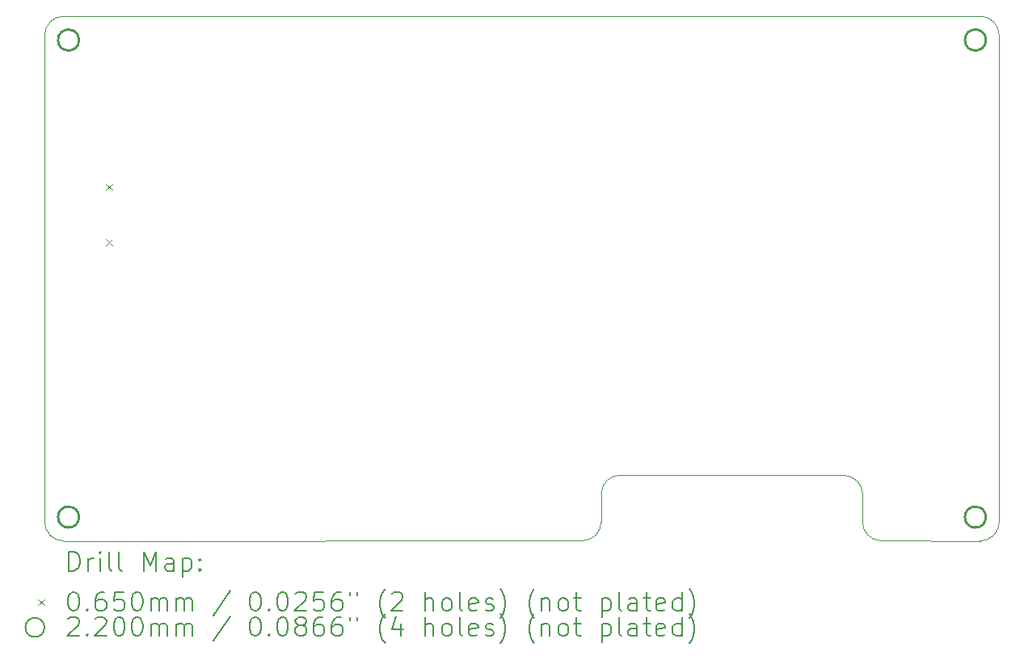
<source format=gbr>
%TF.GenerationSoftware,KiCad,Pcbnew,6.0.7+dfsg-1build1*%
%TF.CreationDate,2023-01-24T23:00:52+01:00*%
%TF.ProjectId,epaper-breakout,65706170-6572-42d6-9272-65616b6f7574,rev?*%
%TF.SameCoordinates,Original*%
%TF.FileFunction,Drillmap*%
%TF.FilePolarity,Positive*%
%FSLAX45Y45*%
G04 Gerber Fmt 4.5, Leading zero omitted, Abs format (unit mm)*
G04 Created by KiCad (PCBNEW 6.0.7+dfsg-1build1) date 2023-01-24 23:00:52*
%MOMM*%
%LPD*%
G01*
G04 APERTURE LIST*
%ADD10C,0.050000*%
%ADD11C,0.200000*%
%ADD12C,0.065000*%
%ADD13C,0.220000*%
G04 APERTURE END LIST*
D10*
X2500000Y-6250000D02*
X2500000Y-1150000D01*
X2700000Y-6450000D02*
X8130000Y-6448579D01*
X12500000Y-1150000D02*
X12500000Y-6250000D01*
X2700000Y-950000D02*
X12300000Y-950000D01*
X2700000Y-950000D02*
G75*
G03*
X2500000Y-1150000I0J-200000D01*
G01*
X8530000Y-5760000D02*
G75*
G03*
X8330000Y-5960000I0J-200000D01*
G01*
X8330000Y-6248579D02*
X8330000Y-5960000D01*
X8130000Y-6448580D02*
G75*
G03*
X8330000Y-6248579I0J200000D01*
G01*
X11066621Y-6248579D02*
G75*
G03*
X11266621Y-6448579I199999J-1D01*
G01*
X8870000Y-5760000D02*
X8530000Y-5760000D01*
X12500000Y-1150000D02*
G75*
G03*
X12300000Y-950000I-200000J0D01*
G01*
X2500000Y-6250000D02*
G75*
G03*
X2700000Y-6450000I200000J0D01*
G01*
X11066621Y-6248579D02*
X11068579Y-5961421D01*
X12300000Y-6450000D02*
G75*
G03*
X12500000Y-6250000I0J200000D01*
G01*
X11266621Y-6448579D02*
X12300000Y-6450000D01*
X11068579Y-5961421D02*
G75*
G03*
X10868579Y-5761421I-199999J1D01*
G01*
X10868579Y-5761421D02*
X8870000Y-5760000D01*
D11*
D12*
X3141500Y-2708500D02*
X3206500Y-2773500D01*
X3206500Y-2708500D02*
X3141500Y-2773500D01*
X3141500Y-3286500D02*
X3206500Y-3351500D01*
X3206500Y-3286500D02*
X3141500Y-3351500D01*
D13*
X2860000Y-1200000D02*
G75*
G03*
X2860000Y-1200000I-110000J0D01*
G01*
X2860000Y-6200000D02*
G75*
G03*
X2860000Y-6200000I-110000J0D01*
G01*
X12360000Y-1200000D02*
G75*
G03*
X12360000Y-1200000I-110000J0D01*
G01*
X12360000Y-6200000D02*
G75*
G03*
X12360000Y-6200000I-110000J0D01*
G01*
D11*
X2755119Y-6762976D02*
X2755119Y-6562976D01*
X2802738Y-6562976D01*
X2831309Y-6572500D01*
X2850357Y-6591548D01*
X2859881Y-6610595D01*
X2869405Y-6648690D01*
X2869405Y-6677262D01*
X2859881Y-6715357D01*
X2850357Y-6734405D01*
X2831309Y-6753452D01*
X2802738Y-6762976D01*
X2755119Y-6762976D01*
X2955119Y-6762976D02*
X2955119Y-6629643D01*
X2955119Y-6667738D02*
X2964643Y-6648690D01*
X2974167Y-6639167D01*
X2993214Y-6629643D01*
X3012262Y-6629643D01*
X3078928Y-6762976D02*
X3078928Y-6629643D01*
X3078928Y-6562976D02*
X3069405Y-6572500D01*
X3078928Y-6582024D01*
X3088452Y-6572500D01*
X3078928Y-6562976D01*
X3078928Y-6582024D01*
X3202738Y-6762976D02*
X3183690Y-6753452D01*
X3174167Y-6734405D01*
X3174167Y-6562976D01*
X3307500Y-6762976D02*
X3288452Y-6753452D01*
X3278928Y-6734405D01*
X3278928Y-6562976D01*
X3536071Y-6762976D02*
X3536071Y-6562976D01*
X3602738Y-6705833D01*
X3669405Y-6562976D01*
X3669405Y-6762976D01*
X3850357Y-6762976D02*
X3850357Y-6658214D01*
X3840833Y-6639167D01*
X3821786Y-6629643D01*
X3783690Y-6629643D01*
X3764643Y-6639167D01*
X3850357Y-6753452D02*
X3831309Y-6762976D01*
X3783690Y-6762976D01*
X3764643Y-6753452D01*
X3755119Y-6734405D01*
X3755119Y-6715357D01*
X3764643Y-6696309D01*
X3783690Y-6686786D01*
X3831309Y-6686786D01*
X3850357Y-6677262D01*
X3945595Y-6629643D02*
X3945595Y-6829643D01*
X3945595Y-6639167D02*
X3964643Y-6629643D01*
X4002738Y-6629643D01*
X4021786Y-6639167D01*
X4031309Y-6648690D01*
X4040833Y-6667738D01*
X4040833Y-6724881D01*
X4031309Y-6743928D01*
X4021786Y-6753452D01*
X4002738Y-6762976D01*
X3964643Y-6762976D01*
X3945595Y-6753452D01*
X4126548Y-6743928D02*
X4136071Y-6753452D01*
X4126548Y-6762976D01*
X4117024Y-6753452D01*
X4126548Y-6743928D01*
X4126548Y-6762976D01*
X4126548Y-6639167D02*
X4136071Y-6648690D01*
X4126548Y-6658214D01*
X4117024Y-6648690D01*
X4126548Y-6639167D01*
X4126548Y-6658214D01*
D12*
X2432500Y-7060000D02*
X2497500Y-7125000D01*
X2497500Y-7060000D02*
X2432500Y-7125000D01*
D11*
X2793214Y-6982976D02*
X2812262Y-6982976D01*
X2831309Y-6992500D01*
X2840833Y-7002024D01*
X2850357Y-7021071D01*
X2859881Y-7059167D01*
X2859881Y-7106786D01*
X2850357Y-7144881D01*
X2840833Y-7163928D01*
X2831309Y-7173452D01*
X2812262Y-7182976D01*
X2793214Y-7182976D01*
X2774167Y-7173452D01*
X2764643Y-7163928D01*
X2755119Y-7144881D01*
X2745595Y-7106786D01*
X2745595Y-7059167D01*
X2755119Y-7021071D01*
X2764643Y-7002024D01*
X2774167Y-6992500D01*
X2793214Y-6982976D01*
X2945595Y-7163928D02*
X2955119Y-7173452D01*
X2945595Y-7182976D01*
X2936071Y-7173452D01*
X2945595Y-7163928D01*
X2945595Y-7182976D01*
X3126548Y-6982976D02*
X3088452Y-6982976D01*
X3069405Y-6992500D01*
X3059881Y-7002024D01*
X3040833Y-7030595D01*
X3031309Y-7068690D01*
X3031309Y-7144881D01*
X3040833Y-7163928D01*
X3050357Y-7173452D01*
X3069405Y-7182976D01*
X3107500Y-7182976D01*
X3126548Y-7173452D01*
X3136071Y-7163928D01*
X3145595Y-7144881D01*
X3145595Y-7097262D01*
X3136071Y-7078214D01*
X3126548Y-7068690D01*
X3107500Y-7059167D01*
X3069405Y-7059167D01*
X3050357Y-7068690D01*
X3040833Y-7078214D01*
X3031309Y-7097262D01*
X3326548Y-6982976D02*
X3231309Y-6982976D01*
X3221786Y-7078214D01*
X3231309Y-7068690D01*
X3250357Y-7059167D01*
X3297976Y-7059167D01*
X3317024Y-7068690D01*
X3326548Y-7078214D01*
X3336071Y-7097262D01*
X3336071Y-7144881D01*
X3326548Y-7163928D01*
X3317024Y-7173452D01*
X3297976Y-7182976D01*
X3250357Y-7182976D01*
X3231309Y-7173452D01*
X3221786Y-7163928D01*
X3459881Y-6982976D02*
X3478928Y-6982976D01*
X3497976Y-6992500D01*
X3507500Y-7002024D01*
X3517024Y-7021071D01*
X3526548Y-7059167D01*
X3526548Y-7106786D01*
X3517024Y-7144881D01*
X3507500Y-7163928D01*
X3497976Y-7173452D01*
X3478928Y-7182976D01*
X3459881Y-7182976D01*
X3440833Y-7173452D01*
X3431309Y-7163928D01*
X3421786Y-7144881D01*
X3412262Y-7106786D01*
X3412262Y-7059167D01*
X3421786Y-7021071D01*
X3431309Y-7002024D01*
X3440833Y-6992500D01*
X3459881Y-6982976D01*
X3612262Y-7182976D02*
X3612262Y-7049643D01*
X3612262Y-7068690D02*
X3621786Y-7059167D01*
X3640833Y-7049643D01*
X3669405Y-7049643D01*
X3688452Y-7059167D01*
X3697976Y-7078214D01*
X3697976Y-7182976D01*
X3697976Y-7078214D02*
X3707500Y-7059167D01*
X3726548Y-7049643D01*
X3755119Y-7049643D01*
X3774167Y-7059167D01*
X3783690Y-7078214D01*
X3783690Y-7182976D01*
X3878928Y-7182976D02*
X3878928Y-7049643D01*
X3878928Y-7068690D02*
X3888452Y-7059167D01*
X3907500Y-7049643D01*
X3936071Y-7049643D01*
X3955119Y-7059167D01*
X3964643Y-7078214D01*
X3964643Y-7182976D01*
X3964643Y-7078214D02*
X3974167Y-7059167D01*
X3993214Y-7049643D01*
X4021786Y-7049643D01*
X4040833Y-7059167D01*
X4050357Y-7078214D01*
X4050357Y-7182976D01*
X4440833Y-6973452D02*
X4269405Y-7230595D01*
X4697976Y-6982976D02*
X4717024Y-6982976D01*
X4736071Y-6992500D01*
X4745595Y-7002024D01*
X4755119Y-7021071D01*
X4764643Y-7059167D01*
X4764643Y-7106786D01*
X4755119Y-7144881D01*
X4745595Y-7163928D01*
X4736071Y-7173452D01*
X4717024Y-7182976D01*
X4697976Y-7182976D01*
X4678929Y-7173452D01*
X4669405Y-7163928D01*
X4659881Y-7144881D01*
X4650357Y-7106786D01*
X4650357Y-7059167D01*
X4659881Y-7021071D01*
X4669405Y-7002024D01*
X4678929Y-6992500D01*
X4697976Y-6982976D01*
X4850357Y-7163928D02*
X4859881Y-7173452D01*
X4850357Y-7182976D01*
X4840833Y-7173452D01*
X4850357Y-7163928D01*
X4850357Y-7182976D01*
X4983690Y-6982976D02*
X5002738Y-6982976D01*
X5021786Y-6992500D01*
X5031310Y-7002024D01*
X5040833Y-7021071D01*
X5050357Y-7059167D01*
X5050357Y-7106786D01*
X5040833Y-7144881D01*
X5031310Y-7163928D01*
X5021786Y-7173452D01*
X5002738Y-7182976D01*
X4983690Y-7182976D01*
X4964643Y-7173452D01*
X4955119Y-7163928D01*
X4945595Y-7144881D01*
X4936071Y-7106786D01*
X4936071Y-7059167D01*
X4945595Y-7021071D01*
X4955119Y-7002024D01*
X4964643Y-6992500D01*
X4983690Y-6982976D01*
X5126548Y-7002024D02*
X5136071Y-6992500D01*
X5155119Y-6982976D01*
X5202738Y-6982976D01*
X5221786Y-6992500D01*
X5231310Y-7002024D01*
X5240833Y-7021071D01*
X5240833Y-7040119D01*
X5231310Y-7068690D01*
X5117024Y-7182976D01*
X5240833Y-7182976D01*
X5421786Y-6982976D02*
X5326548Y-6982976D01*
X5317024Y-7078214D01*
X5326548Y-7068690D01*
X5345595Y-7059167D01*
X5393214Y-7059167D01*
X5412262Y-7068690D01*
X5421786Y-7078214D01*
X5431310Y-7097262D01*
X5431310Y-7144881D01*
X5421786Y-7163928D01*
X5412262Y-7173452D01*
X5393214Y-7182976D01*
X5345595Y-7182976D01*
X5326548Y-7173452D01*
X5317024Y-7163928D01*
X5602738Y-6982976D02*
X5564643Y-6982976D01*
X5545595Y-6992500D01*
X5536071Y-7002024D01*
X5517024Y-7030595D01*
X5507500Y-7068690D01*
X5507500Y-7144881D01*
X5517024Y-7163928D01*
X5526548Y-7173452D01*
X5545595Y-7182976D01*
X5583690Y-7182976D01*
X5602738Y-7173452D01*
X5612262Y-7163928D01*
X5621786Y-7144881D01*
X5621786Y-7097262D01*
X5612262Y-7078214D01*
X5602738Y-7068690D01*
X5583690Y-7059167D01*
X5545595Y-7059167D01*
X5526548Y-7068690D01*
X5517024Y-7078214D01*
X5507500Y-7097262D01*
X5697976Y-6982976D02*
X5697976Y-7021071D01*
X5774167Y-6982976D02*
X5774167Y-7021071D01*
X6069405Y-7259167D02*
X6059881Y-7249643D01*
X6040833Y-7221071D01*
X6031309Y-7202024D01*
X6021786Y-7173452D01*
X6012262Y-7125833D01*
X6012262Y-7087738D01*
X6021786Y-7040119D01*
X6031309Y-7011548D01*
X6040833Y-6992500D01*
X6059881Y-6963928D01*
X6069405Y-6954405D01*
X6136071Y-7002024D02*
X6145595Y-6992500D01*
X6164643Y-6982976D01*
X6212262Y-6982976D01*
X6231309Y-6992500D01*
X6240833Y-7002024D01*
X6250357Y-7021071D01*
X6250357Y-7040119D01*
X6240833Y-7068690D01*
X6126548Y-7182976D01*
X6250357Y-7182976D01*
X6488452Y-7182976D02*
X6488452Y-6982976D01*
X6574167Y-7182976D02*
X6574167Y-7078214D01*
X6564643Y-7059167D01*
X6545595Y-7049643D01*
X6517024Y-7049643D01*
X6497976Y-7059167D01*
X6488452Y-7068690D01*
X6697976Y-7182976D02*
X6678928Y-7173452D01*
X6669405Y-7163928D01*
X6659881Y-7144881D01*
X6659881Y-7087738D01*
X6669405Y-7068690D01*
X6678928Y-7059167D01*
X6697976Y-7049643D01*
X6726548Y-7049643D01*
X6745595Y-7059167D01*
X6755119Y-7068690D01*
X6764643Y-7087738D01*
X6764643Y-7144881D01*
X6755119Y-7163928D01*
X6745595Y-7173452D01*
X6726548Y-7182976D01*
X6697976Y-7182976D01*
X6878928Y-7182976D02*
X6859881Y-7173452D01*
X6850357Y-7154405D01*
X6850357Y-6982976D01*
X7031309Y-7173452D02*
X7012262Y-7182976D01*
X6974167Y-7182976D01*
X6955119Y-7173452D01*
X6945595Y-7154405D01*
X6945595Y-7078214D01*
X6955119Y-7059167D01*
X6974167Y-7049643D01*
X7012262Y-7049643D01*
X7031309Y-7059167D01*
X7040833Y-7078214D01*
X7040833Y-7097262D01*
X6945595Y-7116309D01*
X7117024Y-7173452D02*
X7136071Y-7182976D01*
X7174167Y-7182976D01*
X7193214Y-7173452D01*
X7202738Y-7154405D01*
X7202738Y-7144881D01*
X7193214Y-7125833D01*
X7174167Y-7116309D01*
X7145595Y-7116309D01*
X7126548Y-7106786D01*
X7117024Y-7087738D01*
X7117024Y-7078214D01*
X7126548Y-7059167D01*
X7145595Y-7049643D01*
X7174167Y-7049643D01*
X7193214Y-7059167D01*
X7269405Y-7259167D02*
X7278928Y-7249643D01*
X7297976Y-7221071D01*
X7307500Y-7202024D01*
X7317024Y-7173452D01*
X7326548Y-7125833D01*
X7326548Y-7087738D01*
X7317024Y-7040119D01*
X7307500Y-7011548D01*
X7297976Y-6992500D01*
X7278928Y-6963928D01*
X7269405Y-6954405D01*
X7631309Y-7259167D02*
X7621786Y-7249643D01*
X7602738Y-7221071D01*
X7593214Y-7202024D01*
X7583690Y-7173452D01*
X7574167Y-7125833D01*
X7574167Y-7087738D01*
X7583690Y-7040119D01*
X7593214Y-7011548D01*
X7602738Y-6992500D01*
X7621786Y-6963928D01*
X7631309Y-6954405D01*
X7707500Y-7049643D02*
X7707500Y-7182976D01*
X7707500Y-7068690D02*
X7717024Y-7059167D01*
X7736071Y-7049643D01*
X7764643Y-7049643D01*
X7783690Y-7059167D01*
X7793214Y-7078214D01*
X7793214Y-7182976D01*
X7917024Y-7182976D02*
X7897976Y-7173452D01*
X7888452Y-7163928D01*
X7878928Y-7144881D01*
X7878928Y-7087738D01*
X7888452Y-7068690D01*
X7897976Y-7059167D01*
X7917024Y-7049643D01*
X7945595Y-7049643D01*
X7964643Y-7059167D01*
X7974167Y-7068690D01*
X7983690Y-7087738D01*
X7983690Y-7144881D01*
X7974167Y-7163928D01*
X7964643Y-7173452D01*
X7945595Y-7182976D01*
X7917024Y-7182976D01*
X8040833Y-7049643D02*
X8117024Y-7049643D01*
X8069405Y-6982976D02*
X8069405Y-7154405D01*
X8078928Y-7173452D01*
X8097976Y-7182976D01*
X8117024Y-7182976D01*
X8336071Y-7049643D02*
X8336071Y-7249643D01*
X8336071Y-7059167D02*
X8355119Y-7049643D01*
X8393214Y-7049643D01*
X8412262Y-7059167D01*
X8421786Y-7068690D01*
X8431310Y-7087738D01*
X8431310Y-7144881D01*
X8421786Y-7163928D01*
X8412262Y-7173452D01*
X8393214Y-7182976D01*
X8355119Y-7182976D01*
X8336071Y-7173452D01*
X8545595Y-7182976D02*
X8526548Y-7173452D01*
X8517024Y-7154405D01*
X8517024Y-6982976D01*
X8707500Y-7182976D02*
X8707500Y-7078214D01*
X8697976Y-7059167D01*
X8678929Y-7049643D01*
X8640833Y-7049643D01*
X8621786Y-7059167D01*
X8707500Y-7173452D02*
X8688452Y-7182976D01*
X8640833Y-7182976D01*
X8621786Y-7173452D01*
X8612262Y-7154405D01*
X8612262Y-7135357D01*
X8621786Y-7116309D01*
X8640833Y-7106786D01*
X8688452Y-7106786D01*
X8707500Y-7097262D01*
X8774167Y-7049643D02*
X8850357Y-7049643D01*
X8802738Y-6982976D02*
X8802738Y-7154405D01*
X8812262Y-7173452D01*
X8831310Y-7182976D01*
X8850357Y-7182976D01*
X8993214Y-7173452D02*
X8974167Y-7182976D01*
X8936071Y-7182976D01*
X8917024Y-7173452D01*
X8907500Y-7154405D01*
X8907500Y-7078214D01*
X8917024Y-7059167D01*
X8936071Y-7049643D01*
X8974167Y-7049643D01*
X8993214Y-7059167D01*
X9002738Y-7078214D01*
X9002738Y-7097262D01*
X8907500Y-7116309D01*
X9174167Y-7182976D02*
X9174167Y-6982976D01*
X9174167Y-7173452D02*
X9155119Y-7182976D01*
X9117024Y-7182976D01*
X9097976Y-7173452D01*
X9088452Y-7163928D01*
X9078929Y-7144881D01*
X9078929Y-7087738D01*
X9088452Y-7068690D01*
X9097976Y-7059167D01*
X9117024Y-7049643D01*
X9155119Y-7049643D01*
X9174167Y-7059167D01*
X9250357Y-7259167D02*
X9259881Y-7249643D01*
X9278929Y-7221071D01*
X9288452Y-7202024D01*
X9297976Y-7173452D01*
X9307500Y-7125833D01*
X9307500Y-7087738D01*
X9297976Y-7040119D01*
X9288452Y-7011548D01*
X9278929Y-6992500D01*
X9259881Y-6963928D01*
X9250357Y-6954405D01*
X2497500Y-7356500D02*
G75*
G03*
X2497500Y-7356500I-100000J0D01*
G01*
X2745595Y-7266024D02*
X2755119Y-7256500D01*
X2774167Y-7246976D01*
X2821786Y-7246976D01*
X2840833Y-7256500D01*
X2850357Y-7266024D01*
X2859881Y-7285071D01*
X2859881Y-7304119D01*
X2850357Y-7332690D01*
X2736071Y-7446976D01*
X2859881Y-7446976D01*
X2945595Y-7427928D02*
X2955119Y-7437452D01*
X2945595Y-7446976D01*
X2936071Y-7437452D01*
X2945595Y-7427928D01*
X2945595Y-7446976D01*
X3031309Y-7266024D02*
X3040833Y-7256500D01*
X3059881Y-7246976D01*
X3107500Y-7246976D01*
X3126548Y-7256500D01*
X3136071Y-7266024D01*
X3145595Y-7285071D01*
X3145595Y-7304119D01*
X3136071Y-7332690D01*
X3021786Y-7446976D01*
X3145595Y-7446976D01*
X3269405Y-7246976D02*
X3288452Y-7246976D01*
X3307500Y-7256500D01*
X3317024Y-7266024D01*
X3326548Y-7285071D01*
X3336071Y-7323167D01*
X3336071Y-7370786D01*
X3326548Y-7408881D01*
X3317024Y-7427928D01*
X3307500Y-7437452D01*
X3288452Y-7446976D01*
X3269405Y-7446976D01*
X3250357Y-7437452D01*
X3240833Y-7427928D01*
X3231309Y-7408881D01*
X3221786Y-7370786D01*
X3221786Y-7323167D01*
X3231309Y-7285071D01*
X3240833Y-7266024D01*
X3250357Y-7256500D01*
X3269405Y-7246976D01*
X3459881Y-7246976D02*
X3478928Y-7246976D01*
X3497976Y-7256500D01*
X3507500Y-7266024D01*
X3517024Y-7285071D01*
X3526548Y-7323167D01*
X3526548Y-7370786D01*
X3517024Y-7408881D01*
X3507500Y-7427928D01*
X3497976Y-7437452D01*
X3478928Y-7446976D01*
X3459881Y-7446976D01*
X3440833Y-7437452D01*
X3431309Y-7427928D01*
X3421786Y-7408881D01*
X3412262Y-7370786D01*
X3412262Y-7323167D01*
X3421786Y-7285071D01*
X3431309Y-7266024D01*
X3440833Y-7256500D01*
X3459881Y-7246976D01*
X3612262Y-7446976D02*
X3612262Y-7313643D01*
X3612262Y-7332690D02*
X3621786Y-7323167D01*
X3640833Y-7313643D01*
X3669405Y-7313643D01*
X3688452Y-7323167D01*
X3697976Y-7342214D01*
X3697976Y-7446976D01*
X3697976Y-7342214D02*
X3707500Y-7323167D01*
X3726548Y-7313643D01*
X3755119Y-7313643D01*
X3774167Y-7323167D01*
X3783690Y-7342214D01*
X3783690Y-7446976D01*
X3878928Y-7446976D02*
X3878928Y-7313643D01*
X3878928Y-7332690D02*
X3888452Y-7323167D01*
X3907500Y-7313643D01*
X3936071Y-7313643D01*
X3955119Y-7323167D01*
X3964643Y-7342214D01*
X3964643Y-7446976D01*
X3964643Y-7342214D02*
X3974167Y-7323167D01*
X3993214Y-7313643D01*
X4021786Y-7313643D01*
X4040833Y-7323167D01*
X4050357Y-7342214D01*
X4050357Y-7446976D01*
X4440833Y-7237452D02*
X4269405Y-7494595D01*
X4697976Y-7246976D02*
X4717024Y-7246976D01*
X4736071Y-7256500D01*
X4745595Y-7266024D01*
X4755119Y-7285071D01*
X4764643Y-7323167D01*
X4764643Y-7370786D01*
X4755119Y-7408881D01*
X4745595Y-7427928D01*
X4736071Y-7437452D01*
X4717024Y-7446976D01*
X4697976Y-7446976D01*
X4678929Y-7437452D01*
X4669405Y-7427928D01*
X4659881Y-7408881D01*
X4650357Y-7370786D01*
X4650357Y-7323167D01*
X4659881Y-7285071D01*
X4669405Y-7266024D01*
X4678929Y-7256500D01*
X4697976Y-7246976D01*
X4850357Y-7427928D02*
X4859881Y-7437452D01*
X4850357Y-7446976D01*
X4840833Y-7437452D01*
X4850357Y-7427928D01*
X4850357Y-7446976D01*
X4983690Y-7246976D02*
X5002738Y-7246976D01*
X5021786Y-7256500D01*
X5031310Y-7266024D01*
X5040833Y-7285071D01*
X5050357Y-7323167D01*
X5050357Y-7370786D01*
X5040833Y-7408881D01*
X5031310Y-7427928D01*
X5021786Y-7437452D01*
X5002738Y-7446976D01*
X4983690Y-7446976D01*
X4964643Y-7437452D01*
X4955119Y-7427928D01*
X4945595Y-7408881D01*
X4936071Y-7370786D01*
X4936071Y-7323167D01*
X4945595Y-7285071D01*
X4955119Y-7266024D01*
X4964643Y-7256500D01*
X4983690Y-7246976D01*
X5164643Y-7332690D02*
X5145595Y-7323167D01*
X5136071Y-7313643D01*
X5126548Y-7294595D01*
X5126548Y-7285071D01*
X5136071Y-7266024D01*
X5145595Y-7256500D01*
X5164643Y-7246976D01*
X5202738Y-7246976D01*
X5221786Y-7256500D01*
X5231310Y-7266024D01*
X5240833Y-7285071D01*
X5240833Y-7294595D01*
X5231310Y-7313643D01*
X5221786Y-7323167D01*
X5202738Y-7332690D01*
X5164643Y-7332690D01*
X5145595Y-7342214D01*
X5136071Y-7351738D01*
X5126548Y-7370786D01*
X5126548Y-7408881D01*
X5136071Y-7427928D01*
X5145595Y-7437452D01*
X5164643Y-7446976D01*
X5202738Y-7446976D01*
X5221786Y-7437452D01*
X5231310Y-7427928D01*
X5240833Y-7408881D01*
X5240833Y-7370786D01*
X5231310Y-7351738D01*
X5221786Y-7342214D01*
X5202738Y-7332690D01*
X5412262Y-7246976D02*
X5374167Y-7246976D01*
X5355119Y-7256500D01*
X5345595Y-7266024D01*
X5326548Y-7294595D01*
X5317024Y-7332690D01*
X5317024Y-7408881D01*
X5326548Y-7427928D01*
X5336071Y-7437452D01*
X5355119Y-7446976D01*
X5393214Y-7446976D01*
X5412262Y-7437452D01*
X5421786Y-7427928D01*
X5431310Y-7408881D01*
X5431310Y-7361262D01*
X5421786Y-7342214D01*
X5412262Y-7332690D01*
X5393214Y-7323167D01*
X5355119Y-7323167D01*
X5336071Y-7332690D01*
X5326548Y-7342214D01*
X5317024Y-7361262D01*
X5602738Y-7246976D02*
X5564643Y-7246976D01*
X5545595Y-7256500D01*
X5536071Y-7266024D01*
X5517024Y-7294595D01*
X5507500Y-7332690D01*
X5507500Y-7408881D01*
X5517024Y-7427928D01*
X5526548Y-7437452D01*
X5545595Y-7446976D01*
X5583690Y-7446976D01*
X5602738Y-7437452D01*
X5612262Y-7427928D01*
X5621786Y-7408881D01*
X5621786Y-7361262D01*
X5612262Y-7342214D01*
X5602738Y-7332690D01*
X5583690Y-7323167D01*
X5545595Y-7323167D01*
X5526548Y-7332690D01*
X5517024Y-7342214D01*
X5507500Y-7361262D01*
X5697976Y-7246976D02*
X5697976Y-7285071D01*
X5774167Y-7246976D02*
X5774167Y-7285071D01*
X6069405Y-7523167D02*
X6059881Y-7513643D01*
X6040833Y-7485071D01*
X6031309Y-7466024D01*
X6021786Y-7437452D01*
X6012262Y-7389833D01*
X6012262Y-7351738D01*
X6021786Y-7304119D01*
X6031309Y-7275548D01*
X6040833Y-7256500D01*
X6059881Y-7227928D01*
X6069405Y-7218405D01*
X6231309Y-7313643D02*
X6231309Y-7446976D01*
X6183690Y-7237452D02*
X6136071Y-7380309D01*
X6259881Y-7380309D01*
X6488452Y-7446976D02*
X6488452Y-7246976D01*
X6574167Y-7446976D02*
X6574167Y-7342214D01*
X6564643Y-7323167D01*
X6545595Y-7313643D01*
X6517024Y-7313643D01*
X6497976Y-7323167D01*
X6488452Y-7332690D01*
X6697976Y-7446976D02*
X6678928Y-7437452D01*
X6669405Y-7427928D01*
X6659881Y-7408881D01*
X6659881Y-7351738D01*
X6669405Y-7332690D01*
X6678928Y-7323167D01*
X6697976Y-7313643D01*
X6726548Y-7313643D01*
X6745595Y-7323167D01*
X6755119Y-7332690D01*
X6764643Y-7351738D01*
X6764643Y-7408881D01*
X6755119Y-7427928D01*
X6745595Y-7437452D01*
X6726548Y-7446976D01*
X6697976Y-7446976D01*
X6878928Y-7446976D02*
X6859881Y-7437452D01*
X6850357Y-7418405D01*
X6850357Y-7246976D01*
X7031309Y-7437452D02*
X7012262Y-7446976D01*
X6974167Y-7446976D01*
X6955119Y-7437452D01*
X6945595Y-7418405D01*
X6945595Y-7342214D01*
X6955119Y-7323167D01*
X6974167Y-7313643D01*
X7012262Y-7313643D01*
X7031309Y-7323167D01*
X7040833Y-7342214D01*
X7040833Y-7361262D01*
X6945595Y-7380309D01*
X7117024Y-7437452D02*
X7136071Y-7446976D01*
X7174167Y-7446976D01*
X7193214Y-7437452D01*
X7202738Y-7418405D01*
X7202738Y-7408881D01*
X7193214Y-7389833D01*
X7174167Y-7380309D01*
X7145595Y-7380309D01*
X7126548Y-7370786D01*
X7117024Y-7351738D01*
X7117024Y-7342214D01*
X7126548Y-7323167D01*
X7145595Y-7313643D01*
X7174167Y-7313643D01*
X7193214Y-7323167D01*
X7269405Y-7523167D02*
X7278928Y-7513643D01*
X7297976Y-7485071D01*
X7307500Y-7466024D01*
X7317024Y-7437452D01*
X7326548Y-7389833D01*
X7326548Y-7351738D01*
X7317024Y-7304119D01*
X7307500Y-7275548D01*
X7297976Y-7256500D01*
X7278928Y-7227928D01*
X7269405Y-7218405D01*
X7631309Y-7523167D02*
X7621786Y-7513643D01*
X7602738Y-7485071D01*
X7593214Y-7466024D01*
X7583690Y-7437452D01*
X7574167Y-7389833D01*
X7574167Y-7351738D01*
X7583690Y-7304119D01*
X7593214Y-7275548D01*
X7602738Y-7256500D01*
X7621786Y-7227928D01*
X7631309Y-7218405D01*
X7707500Y-7313643D02*
X7707500Y-7446976D01*
X7707500Y-7332690D02*
X7717024Y-7323167D01*
X7736071Y-7313643D01*
X7764643Y-7313643D01*
X7783690Y-7323167D01*
X7793214Y-7342214D01*
X7793214Y-7446976D01*
X7917024Y-7446976D02*
X7897976Y-7437452D01*
X7888452Y-7427928D01*
X7878928Y-7408881D01*
X7878928Y-7351738D01*
X7888452Y-7332690D01*
X7897976Y-7323167D01*
X7917024Y-7313643D01*
X7945595Y-7313643D01*
X7964643Y-7323167D01*
X7974167Y-7332690D01*
X7983690Y-7351738D01*
X7983690Y-7408881D01*
X7974167Y-7427928D01*
X7964643Y-7437452D01*
X7945595Y-7446976D01*
X7917024Y-7446976D01*
X8040833Y-7313643D02*
X8117024Y-7313643D01*
X8069405Y-7246976D02*
X8069405Y-7418405D01*
X8078928Y-7437452D01*
X8097976Y-7446976D01*
X8117024Y-7446976D01*
X8336071Y-7313643D02*
X8336071Y-7513643D01*
X8336071Y-7323167D02*
X8355119Y-7313643D01*
X8393214Y-7313643D01*
X8412262Y-7323167D01*
X8421786Y-7332690D01*
X8431310Y-7351738D01*
X8431310Y-7408881D01*
X8421786Y-7427928D01*
X8412262Y-7437452D01*
X8393214Y-7446976D01*
X8355119Y-7446976D01*
X8336071Y-7437452D01*
X8545595Y-7446976D02*
X8526548Y-7437452D01*
X8517024Y-7418405D01*
X8517024Y-7246976D01*
X8707500Y-7446976D02*
X8707500Y-7342214D01*
X8697976Y-7323167D01*
X8678929Y-7313643D01*
X8640833Y-7313643D01*
X8621786Y-7323167D01*
X8707500Y-7437452D02*
X8688452Y-7446976D01*
X8640833Y-7446976D01*
X8621786Y-7437452D01*
X8612262Y-7418405D01*
X8612262Y-7399357D01*
X8621786Y-7380309D01*
X8640833Y-7370786D01*
X8688452Y-7370786D01*
X8707500Y-7361262D01*
X8774167Y-7313643D02*
X8850357Y-7313643D01*
X8802738Y-7246976D02*
X8802738Y-7418405D01*
X8812262Y-7437452D01*
X8831310Y-7446976D01*
X8850357Y-7446976D01*
X8993214Y-7437452D02*
X8974167Y-7446976D01*
X8936071Y-7446976D01*
X8917024Y-7437452D01*
X8907500Y-7418405D01*
X8907500Y-7342214D01*
X8917024Y-7323167D01*
X8936071Y-7313643D01*
X8974167Y-7313643D01*
X8993214Y-7323167D01*
X9002738Y-7342214D01*
X9002738Y-7361262D01*
X8907500Y-7380309D01*
X9174167Y-7446976D02*
X9174167Y-7246976D01*
X9174167Y-7437452D02*
X9155119Y-7446976D01*
X9117024Y-7446976D01*
X9097976Y-7437452D01*
X9088452Y-7427928D01*
X9078929Y-7408881D01*
X9078929Y-7351738D01*
X9088452Y-7332690D01*
X9097976Y-7323167D01*
X9117024Y-7313643D01*
X9155119Y-7313643D01*
X9174167Y-7323167D01*
X9250357Y-7523167D02*
X9259881Y-7513643D01*
X9278929Y-7485071D01*
X9288452Y-7466024D01*
X9297976Y-7437452D01*
X9307500Y-7389833D01*
X9307500Y-7351738D01*
X9297976Y-7304119D01*
X9288452Y-7275548D01*
X9278929Y-7256500D01*
X9259881Y-7227928D01*
X9250357Y-7218405D01*
M02*

</source>
